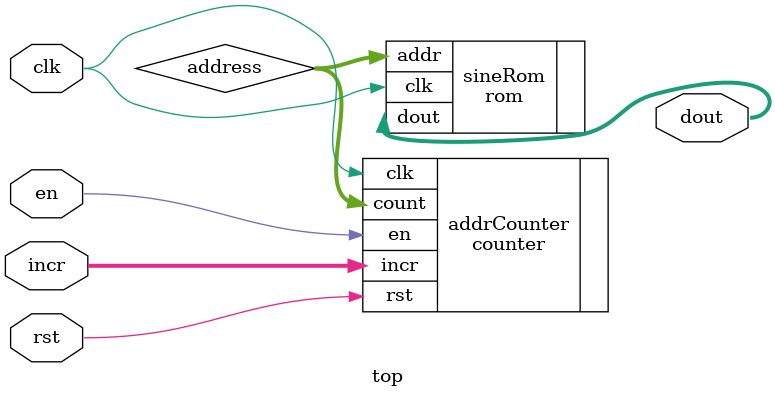
<source format=sv>
module top #(
  parameter A_WIDTH = 8,
            D_WIDTH = 8
)(
  // interface signals
  input  wire             clk,      // clock 
  input  wire             rst,      // reset 
  input  wire             en,       // enable
  input  logic [D_WIDTH-1:0] incr,        // value to preload
  output logic [D_WIDTH-1:0]      dout       // count output
);

  

counter addrCounter (
  .clk (clk),
  .rst (rst),
  .en (en),
  .incr(incr),
  .count (address)
);

logic  [A_WIDTH-1:0] address; // interconnect wire

rom sineRom (
  .addr (address),
  .clk (clk),
  .dout(dout)
);

endmodule

</source>
